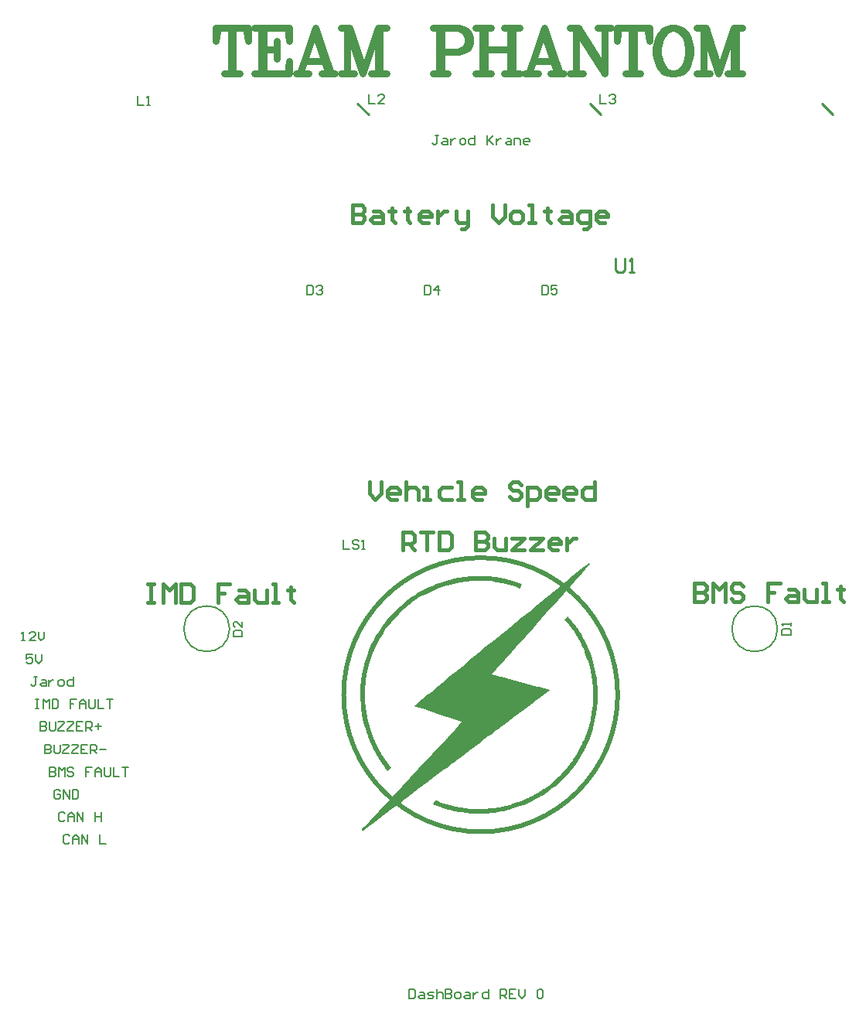
<source format=gto>
G04*
G04 #@! TF.GenerationSoftware,Altium Limited,Altium Designer,18.1.11 (251)*
G04*
G04 Layer_Color=65535*
%FSLAX25Y25*%
%MOIN*%
G70*
G01*
G75*
%ADD10C,0.00787*%
%ADD11C,0.01968*%
%ADD12C,0.00984*%
%ADD13C,0.01575*%
%ADD14C,0.03150*%
%ADD15C,0.01000*%
G36*
X3018Y204559D02*
X4111D01*
X5314Y204340D01*
X6736Y204231D01*
X9798Y203684D01*
X10017D01*
X10564Y203575D01*
X11329Y203356D01*
X12423Y203028D01*
X13626Y202700D01*
X14938Y202262D01*
X17891Y201278D01*
X17016Y199310D01*
X16906Y199419D01*
X16360Y199529D01*
X15594Y199857D01*
X14719Y200185D01*
X13516Y200513D01*
X12204Y200950D01*
X9361Y201606D01*
X9142D01*
X8704Y201716D01*
X7939Y201934D01*
X6845Y202044D01*
X5642Y202262D01*
X4330Y202481D01*
X1377Y202700D01*
X-1138D01*
X-2341Y202591D01*
X-3653D01*
X-6606Y202262D01*
X-6825D01*
X-7262Y202153D01*
X-8028Y202044D01*
X-9012Y201934D01*
X-10215Y201716D01*
X-11527Y201388D01*
X-14371Y200731D01*
X-14589D01*
X-15027Y200513D01*
X-15792Y200294D01*
X-16777Y199966D01*
X-17979Y199529D01*
X-19182Y198982D01*
X-21916Y197779D01*
X-22026Y197669D01*
X-22573Y197451D01*
X-23229Y197123D01*
X-24104Y196685D01*
X-25197Y196138D01*
X-26400Y195482D01*
X-28915Y193951D01*
X-29025Y193842D01*
X-29462Y193514D01*
X-30118Y192967D01*
X-30884Y192311D01*
X-31868Y191545D01*
X-32962Y190561D01*
X-35149Y188483D01*
X-35258Y188374D01*
X-35696Y187936D01*
X-36243Y187390D01*
X-36899Y186624D01*
X-37774Y185749D01*
X-38649Y184655D01*
X-40617Y182250D01*
X-40726Y182140D01*
X-41054Y181703D01*
X-41492Y180937D01*
X-42039Y180062D01*
X-42695Y178969D01*
X-43460Y177766D01*
X-44882Y175032D01*
X-44991Y174923D01*
X-45210Y174376D01*
X-45538Y173610D01*
X-45976Y172735D01*
X-46413Y171532D01*
X-46960Y170220D01*
X-47944Y167377D01*
Y167158D01*
X-48163Y166720D01*
X-48272Y165955D01*
X-48600Y164861D01*
X-48819Y163658D01*
X-49147Y162346D01*
X-49584Y159393D01*
Y159175D01*
X-49694Y158737D01*
Y157972D01*
X-49803Y156878D01*
Y155675D01*
X-49913Y154363D01*
Y151410D01*
Y151191D01*
X-49803Y150754D01*
Y149988D01*
X-49694Y149004D01*
X-49475Y147801D01*
X-49256Y146489D01*
X-48819Y143646D01*
Y143427D01*
X-48710Y142989D01*
X-48491Y142224D01*
X-48272Y141240D01*
X-47944Y140037D01*
X-47616Y138724D01*
X-46632Y135990D01*
X-46522Y135772D01*
X-46304Y135334D01*
X-46085Y134569D01*
X-45647Y133694D01*
X-45101Y132491D01*
X-44554Y131288D01*
X-43132Y128663D01*
X-43023Y128554D01*
X-42804Y128116D01*
X-42367Y127351D01*
X-41820Y126585D01*
X-41054Y125492D01*
X-40289Y124398D01*
X-38539Y122102D01*
X-40070Y120789D01*
X-40179Y120899D01*
X-40508Y121336D01*
X-41054Y121992D01*
X-41710Y122867D01*
X-42476Y123851D01*
X-43242Y124945D01*
X-44882Y127570D01*
X-44991Y127788D01*
X-45210Y128226D01*
X-45647Y128991D01*
X-46085Y129975D01*
X-46632Y131069D01*
X-47288Y132381D01*
X-48491Y135225D01*
X-48600Y135443D01*
X-48710Y135881D01*
X-49038Y136646D01*
X-49366Y137740D01*
X-49694Y138834D01*
X-50131Y140255D01*
X-50897Y143099D01*
Y143317D01*
X-51006Y143755D01*
X-51116Y144630D01*
X-51334Y145614D01*
X-51444Y146926D01*
X-51553Y148348D01*
X-51662Y149879D01*
X-51772Y151410D01*
Y151629D01*
Y152176D01*
Y152941D01*
Y154035D01*
Y155238D01*
Y156659D01*
X-51553Y159721D01*
Y159940D01*
X-51444Y160487D01*
X-51334Y161252D01*
X-51116Y162346D01*
X-50897Y163549D01*
X-50678Y164971D01*
X-49913Y167923D01*
X-49803Y168142D01*
X-49694Y168689D01*
X-49366Y169455D01*
X-49038Y170439D01*
X-48600Y171751D01*
X-48053Y173063D01*
X-46741Y175907D01*
X-46632Y176125D01*
X-46413Y176563D01*
X-45976Y177328D01*
X-45429Y178313D01*
X-44773Y179516D01*
X-44007Y180719D01*
X-42257Y183452D01*
X-42148Y183562D01*
X-41820Y183999D01*
X-41273Y184765D01*
X-40617Y185530D01*
X-39742Y186515D01*
X-38867Y187608D01*
X-36680Y189905D01*
X-36571Y190014D01*
X-36133Y190452D01*
X-35477Y190998D01*
X-34602Y191764D01*
X-33618Y192639D01*
X-32524Y193514D01*
X-30009Y195482D01*
X-29900Y195591D01*
X-29353Y195920D01*
X-28697Y196357D01*
X-27822Y197013D01*
X-26728Y197669D01*
X-25525Y198326D01*
X-22791Y199747D01*
X-22573Y199857D01*
X-22135Y200075D01*
X-21370Y200403D01*
X-20385Y200731D01*
X-19182Y201278D01*
X-17870Y201716D01*
X-14917Y202700D01*
X-14699D01*
X-14261Y202919D01*
X-13496Y203028D01*
X-12402Y203356D01*
X-11199Y203575D01*
X-9887Y203903D01*
X-6825Y204340D01*
X-6606D01*
X-6059Y204450D01*
X-5294Y204559D01*
X-4200D01*
X-2997Y204668D01*
X2252D01*
X3018Y204559D01*
D02*
G37*
G36*
X37903Y187061D02*
X38232Y186624D01*
X38778Y185968D01*
X39544Y185093D01*
X40309Y184109D01*
X41184Y182906D01*
X42059Y181703D01*
X42934Y180281D01*
X43044Y180172D01*
X43371Y179625D01*
X43700Y178969D01*
X44246Y177985D01*
X44903Y176891D01*
X45559Y175579D01*
X46762Y172735D01*
X46871Y172517D01*
X47090Y172079D01*
X47308Y171314D01*
X47746Y170220D01*
X48074Y169017D01*
X48511Y167705D01*
X49277Y164643D01*
Y164424D01*
X49386Y163987D01*
X49605Y163112D01*
X49824Y162018D01*
X50042Y160815D01*
X50152Y159393D01*
X50480Y156331D01*
Y156113D01*
Y155566D01*
Y154691D01*
Y153597D01*
Y152285D01*
Y150863D01*
X50152Y147692D01*
Y147473D01*
X50042Y147036D01*
X49933Y146161D01*
X49824Y145067D01*
X49605Y143864D01*
X49277Y142443D01*
X48511Y139381D01*
Y139162D01*
X48293Y138724D01*
X48074Y137849D01*
X47746Y136756D01*
X47308Y135553D01*
X46762Y134131D01*
X45449Y131178D01*
X45340Y130960D01*
X45121Y130522D01*
X44684Y129757D01*
X44137Y128773D01*
X43481Y127570D01*
X42715Y126257D01*
X40966Y123523D01*
X40856Y123414D01*
X40528Y122977D01*
X39981Y122211D01*
X39216Y121336D01*
X38341Y120352D01*
X37357Y119258D01*
X35060Y116852D01*
X34951Y116743D01*
X34513Y116305D01*
X33857Y115759D01*
X33092Y114993D01*
X31998Y114118D01*
X30904Y113243D01*
X28389Y111275D01*
X28280Y111166D01*
X27733Y110837D01*
X27077Y110400D01*
X26093Y109853D01*
X24999Y109197D01*
X23687Y108541D01*
X20843Y107119D01*
X20625Y107010D01*
X20187Y106791D01*
X19422Y106463D01*
X18438Y106135D01*
X17234Y105588D01*
X15922Y105151D01*
X12969Y104167D01*
X12860D01*
X12423Y104057D01*
X11767Y103839D01*
X10892Y103620D01*
X9907Y103401D01*
X8704Y103182D01*
X6189Y102745D01*
X6080D01*
X5642Y102636D01*
X4877D01*
X4002Y102526D01*
X3018Y102417D01*
X1815D01*
X-701Y102307D01*
X-3216D01*
X-3872Y102417D01*
X-4637D01*
X-5403Y102526D01*
X-6497Y102636D01*
X-7809Y102854D01*
X-9231Y103073D01*
X-12402Y103620D01*
X-12621D01*
X-13058Y103839D01*
X-13933Y104057D01*
X-14917Y104276D01*
X-16230Y104713D01*
X-17542Y105151D01*
X-20495Y106244D01*
X-19620Y108104D01*
X-19401Y107994D01*
X-18964Y107885D01*
X-18198Y107557D01*
X-17214Y107119D01*
X-16011Y106791D01*
X-14699Y106354D01*
X-11855Y105479D01*
X-11637D01*
X-11199Y105369D01*
X-10434Y105151D01*
X-9340Y105041D01*
X-8137Y104823D01*
X-6825Y104604D01*
X-3763Y104385D01*
X-2232D01*
X-1138Y104276D01*
X65D01*
X1487Y104385D01*
X4439Y104495D01*
X4658D01*
X5096Y104604D01*
X5970Y104713D01*
X6955Y104823D01*
X8158Y105041D01*
X9470Y105369D01*
X12423Y106135D01*
X12641D01*
X13079Y106354D01*
X13844Y106572D01*
X14829Y106901D01*
X16032Y107229D01*
X17344Y107666D01*
X20078Y108869D01*
X20297Y108978D01*
X20734Y109197D01*
X21390Y109525D01*
X22374Y110072D01*
X23468Y110619D01*
X24671Y111275D01*
X27186Y112915D01*
X27296Y113025D01*
X27733Y113353D01*
X28499Y113790D01*
X29373Y114446D01*
X30358Y115321D01*
X31451Y116196D01*
X33748Y118274D01*
X33857Y118383D01*
X34295Y118821D01*
X34841Y119368D01*
X35607Y120243D01*
X36482Y121227D01*
X37357Y122320D01*
X38341Y123523D01*
X39325Y124836D01*
X39435Y124945D01*
X39763Y125382D01*
X40200Y126148D01*
X40747Y127023D01*
X41403Y128116D01*
X42169Y129319D01*
X42825Y130632D01*
X43590Y132053D01*
X43700Y132272D01*
X43918Y132710D01*
X44246Y133475D01*
X44684Y134459D01*
X45121Y135662D01*
X45668Y136975D01*
X46652Y139927D01*
Y140146D01*
X46871Y140583D01*
X46980Y141349D01*
X47308Y142443D01*
X47527Y143646D01*
X47746Y144958D01*
X48183Y147911D01*
Y148129D01*
X48293Y148676D01*
Y149442D01*
X48402Y150535D01*
Y151738D01*
X48511Y153160D01*
X48402Y156222D01*
Y156441D01*
Y156878D01*
X48293Y157753D01*
X48183Y158737D01*
X48074Y159940D01*
X47855Y161252D01*
X47308Y164205D01*
Y164424D01*
X47199Y164861D01*
X46980Y165627D01*
X46652Y166611D01*
X46324Y167814D01*
X45887Y169126D01*
X44903Y171970D01*
X44793Y172188D01*
X44684Y172626D01*
X44356Y173391D01*
X43918Y174376D01*
X43371Y175469D01*
X42715Y176672D01*
X41184Y179297D01*
X41075Y179406D01*
X40856Y179844D01*
X40419Y180609D01*
X39763Y181484D01*
X39107Y182468D01*
X38232Y183562D01*
X36263Y185968D01*
X37794Y187171D01*
X37903Y187061D01*
D02*
G37*
G36*
X46871Y210355D02*
Y210136D01*
X46980Y210027D01*
X47090Y209808D01*
X46980Y209699D01*
X46871Y209590D01*
X46543Y209261D01*
X46215Y208824D01*
X45121Y207621D01*
X43809Y206090D01*
X42278Y204340D01*
X40528Y202372D01*
X38669Y200294D01*
X36701Y198107D01*
X36591Y197997D01*
X36482Y197888D01*
X36154Y197560D01*
X35826Y197123D01*
X34732Y195920D01*
X33310Y194389D01*
X31779Y192639D01*
X29920Y190561D01*
X27952Y188483D01*
X25983Y186187D01*
X25874Y186077D01*
X25765Y185968D01*
X25436Y185640D01*
X25108Y185202D01*
X24015Y183999D01*
X22703Y182468D01*
X21062Y180719D01*
X19312Y178641D01*
X17344Y176563D01*
X15375Y174266D01*
X15266Y174157D01*
X15157Y174048D01*
X14829Y173720D01*
X14501Y173282D01*
X13407Y172079D01*
X11985Y170548D01*
X10454Y168689D01*
X8595Y166720D01*
X6627Y164533D01*
X4658Y162346D01*
X4767D01*
X4986Y162237D01*
X5314D01*
X5752Y162018D01*
X6299Y161909D01*
X6955Y161690D01*
X8595Y161362D01*
X10454Y160815D01*
X12532Y160268D01*
X14829Y159612D01*
X17125Y158956D01*
X17234D01*
X17453Y158847D01*
X17781D01*
X18219Y158628D01*
X18766Y158519D01*
X19422Y158300D01*
X21062Y157972D01*
X22921Y157425D01*
X25108Y156878D01*
X27296Y156222D01*
X29702Y155566D01*
X29592Y155456D01*
X29155Y155128D01*
X28608Y154800D01*
X28061Y154363D01*
X27952Y154253D01*
X27624Y154035D01*
X27186Y153707D01*
X26749Y153269D01*
X26639Y153160D01*
X26311Y152941D01*
X25765Y152613D01*
X25108Y152066D01*
X24234Y151410D01*
X23249Y150645D01*
X22046Y149770D01*
X20843Y148785D01*
X19422Y147801D01*
X18000Y146708D01*
X14719Y144302D01*
X11329Y141677D01*
X7829Y139052D01*
X7720Y138943D01*
X7392Y138724D01*
X6845Y138396D01*
X6189Y137849D01*
X5314Y137193D01*
X4330Y136428D01*
X3127Y135553D01*
X1924Y134569D01*
X502Y133584D01*
X-1029Y132381D01*
X-4200Y129975D01*
X-7700Y127460D01*
X-11199Y124726D01*
X-11309Y124617D01*
X-11637Y124398D01*
X-12074Y124070D01*
X-12840Y123523D01*
X-13714Y122867D01*
X-14699Y122102D01*
X-15792Y121227D01*
X-17105Y120352D01*
X-18417Y119258D01*
X-19948Y118165D01*
X-23119Y115759D01*
X-26509Y113243D01*
X-30009Y110619D01*
X-30118Y110509D01*
X-30446Y110291D01*
X-30993Y109963D01*
X-31649Y109416D01*
X-32524Y108760D01*
X-33509Y107994D01*
X-34602Y107119D01*
X-35914Y106135D01*
X-38758Y104057D01*
X-41929Y101651D01*
X-45319Y99027D01*
X-48819Y96402D01*
X-48928Y96293D01*
X-49256Y96183D01*
X-49694Y95855D01*
X-50241Y95308D01*
X-50350Y95199D01*
X-50678Y94980D01*
X-51116D01*
X-51225Y95199D01*
Y95308D01*
Y95636D01*
X-51116Y95964D01*
X-50787Y96402D01*
X-50678Y96511D01*
X-50350Y96730D01*
X-49475Y97386D01*
X-49256Y97605D01*
X-48710Y98152D01*
X-47835Y99136D01*
X-46741Y100230D01*
X-45429Y101651D01*
X-44007Y103182D01*
X-40836Y106572D01*
X-40617Y106791D01*
X-40070Y107338D01*
X-39195Y108322D01*
X-38102Y109416D01*
X-36789Y110837D01*
X-35368Y112478D01*
X-33837Y114118D01*
X-32196Y115868D01*
Y115977D01*
X-31977Y116087D01*
X-31431Y116634D01*
X-30556Y117618D01*
X-29462Y118821D01*
X-28150Y120243D01*
X-26728Y121774D01*
X-23557Y125164D01*
Y125273D01*
X-23338Y125382D01*
X-22791Y125929D01*
X-21916Y126913D01*
X-20823Y128116D01*
X-19511Y129538D01*
X-18089Y131069D01*
X-14917Y134459D01*
X-14808Y134569D01*
X-14589Y134787D01*
X-14261Y135115D01*
X-13824Y135553D01*
X-12730Y136646D01*
X-11527Y137959D01*
X-11418Y138068D01*
X-11199Y138287D01*
X-10871Y138615D01*
X-10543Y139162D01*
X-9449Y140365D01*
X-8246Y141896D01*
X-8356D01*
X-8465Y142005D01*
X-9121Y142224D01*
X-10106Y142552D01*
X-11418Y142989D01*
X-13058Y143536D01*
X-14699Y144083D01*
X-16558Y144630D01*
X-18526Y145286D01*
X-18745Y145395D01*
X-19401Y145614D01*
X-20385Y145942D01*
X-21698Y146379D01*
X-23229Y146926D01*
X-24979Y147473D01*
X-26728Y148129D01*
X-28697Y148785D01*
X-28587Y148895D01*
X-28259Y149114D01*
X-27713Y149551D01*
X-27056Y150098D01*
X-26181Y150863D01*
X-25197Y151738D01*
X-24104Y152613D01*
X-22791Y153707D01*
X-21370Y154800D01*
X-19948Y156113D01*
X-16667Y158737D01*
X-13277Y161581D01*
X-9668Y164424D01*
X-9559Y164533D01*
X-9231Y164752D01*
X-8684Y165189D01*
X-8028Y165736D01*
X-7153Y166392D01*
X-6168Y167267D01*
X-5075Y168142D01*
X-3763Y169236D01*
X-2450Y170329D01*
X-919Y171532D01*
X2252Y174157D01*
X5642Y176891D01*
X9142Y179734D01*
X9251Y179844D01*
X9579Y180062D01*
X10126Y180500D01*
X10782Y181047D01*
X11657Y181812D01*
X12641Y182578D01*
X13844Y183562D01*
X15047Y184546D01*
X17891Y186952D01*
X21062Y189467D01*
X24452Y192311D01*
X27952Y195154D01*
X28061Y195263D01*
X28389Y195482D01*
X28936Y195920D01*
X29592Y196466D01*
X30467Y197232D01*
X31451Y197997D01*
X32654Y198982D01*
X33857Y199966D01*
X36701Y202262D01*
X39872Y204887D01*
X43262Y207621D01*
X46762Y210465D01*
X46871Y210355D01*
D02*
G37*
D10*
X127953Y181988D02*
G03*
X127953Y181988I-9843J0D01*
G01*
X-108268D02*
G03*
X-108268Y181988I-9843J0D01*
G01*
X-189928Y141828D02*
Y137892D01*
X-187960D01*
X-187304Y138548D01*
Y139204D01*
X-187960Y139860D01*
X-189928D01*
X-187960D01*
X-187304Y140516D01*
Y141172D01*
X-187960Y141828D01*
X-189928D01*
X-185992D02*
Y138548D01*
X-185336Y137892D01*
X-184024D01*
X-183368Y138548D01*
Y141828D01*
X-182056D02*
X-179432D01*
Y141172D01*
X-182056Y138548D01*
Y137892D01*
X-179432D01*
X-178121Y141828D02*
X-175497D01*
Y141172D01*
X-178121Y138548D01*
Y137892D01*
X-175497D01*
X-171561Y141828D02*
X-174185D01*
Y137892D01*
X-171561D01*
X-174185Y139860D02*
X-172873D01*
X-170249Y137892D02*
Y141828D01*
X-168281D01*
X-167625Y141172D01*
Y139860D01*
X-168281Y139204D01*
X-170249D01*
X-168937D02*
X-167625Y137892D01*
X-166313Y139860D02*
X-163690D01*
X-165001Y141172D02*
Y138548D01*
X-193308Y171025D02*
X-195932D01*
Y169057D01*
X-194620Y169713D01*
X-193964D01*
X-193308Y169057D01*
Y167745D01*
X-193964Y167089D01*
X-195276D01*
X-195932Y167745D01*
X-191996Y171025D02*
Y168401D01*
X-190684Y167089D01*
X-189372Y168401D01*
Y171025D01*
X-179299Y102243D02*
X-179955Y102899D01*
X-181267D01*
X-181923Y102243D01*
Y99619D01*
X-181267Y98963D01*
X-179955D01*
X-179299Y99619D01*
X-177987Y98963D02*
Y101587D01*
X-176675Y102899D01*
X-175363Y101587D01*
Y98963D01*
Y100931D01*
X-177987D01*
X-174051Y98963D02*
Y102899D01*
X-171427Y98963D01*
Y102899D01*
X-166180D02*
Y98963D01*
Y100931D01*
X-163556D01*
Y102899D01*
Y98963D01*
X-18210Y394684D02*
X-19522D01*
X-18866D01*
Y391404D01*
X-19522Y390748D01*
X-20177D01*
X-20833Y391404D01*
X-16242Y393372D02*
X-14930D01*
X-14274Y392716D01*
Y390748D01*
X-16242D01*
X-16898Y391404D01*
X-16242Y392060D01*
X-14274D01*
X-12962Y393372D02*
Y390748D01*
Y392060D01*
X-12306Y392716D01*
X-11650Y393372D01*
X-10994D01*
X-8370Y390748D02*
X-7058D01*
X-6402Y391404D01*
Y392716D01*
X-7058Y393372D01*
X-8370D01*
X-9026Y392716D01*
Y391404D01*
X-8370Y390748D01*
X-2467Y394684D02*
Y390748D01*
X-4434D01*
X-5090Y391404D01*
Y392716D01*
X-4434Y393372D01*
X-2467D01*
X2781Y394684D02*
Y390748D01*
Y392060D01*
X5405Y394684D01*
X3437Y392716D01*
X5405Y390748D01*
X6717Y393372D02*
Y390748D01*
Y392060D01*
X7373Y392716D01*
X8029Y393372D01*
X8685D01*
X11309D02*
X12620D01*
X13276Y392716D01*
Y390748D01*
X11309D01*
X10652Y391404D01*
X11309Y392060D01*
X13276D01*
X14588Y390748D02*
Y393372D01*
X16556D01*
X17212Y392716D01*
Y390748D01*
X20492D02*
X19180D01*
X18524Y391404D01*
Y392716D01*
X19180Y393372D01*
X20492D01*
X21148Y392716D01*
Y392060D01*
X18524D01*
X-191929Y151560D02*
X-190617D01*
X-191273D01*
Y147624D01*
X-191929D01*
X-190617D01*
X-188649D02*
Y151560D01*
X-187337Y150248D01*
X-186026Y151560D01*
Y147624D01*
X-184714Y151560D02*
Y147624D01*
X-182746D01*
X-182090Y148280D01*
Y150904D01*
X-182746Y151560D01*
X-184714D01*
X-174218D02*
X-176842D01*
Y149592D01*
X-175530D01*
X-176842D01*
Y147624D01*
X-172906D02*
Y150248D01*
X-171595Y151560D01*
X-170283Y150248D01*
Y147624D01*
Y149592D01*
X-172906D01*
X-168971Y151560D02*
Y148280D01*
X-168315Y147624D01*
X-167003D01*
X-166347Y148280D01*
Y151560D01*
X-165035D02*
Y147624D01*
X-162411D01*
X-161099Y151560D02*
X-158475D01*
X-159787D01*
Y147624D01*
X-30807Y26475D02*
Y22539D01*
X-28839D01*
X-28183Y23195D01*
Y25819D01*
X-28839Y26475D01*
X-30807D01*
X-26215Y25163D02*
X-24904D01*
X-24248Y24507D01*
Y22539D01*
X-26215D01*
X-26871Y23195D01*
X-26215Y23851D01*
X-24248D01*
X-22936Y22539D02*
X-20968D01*
X-20312Y23195D01*
X-20968Y23851D01*
X-22280D01*
X-22936Y24507D01*
X-22280Y25163D01*
X-20312D01*
X-19000Y26475D02*
Y22539D01*
Y24507D01*
X-18344Y25163D01*
X-17032D01*
X-16376Y24507D01*
Y22539D01*
X-15064Y26475D02*
Y22539D01*
X-13096D01*
X-12440Y23195D01*
Y23851D01*
X-13096Y24507D01*
X-15064D01*
X-13096D01*
X-12440Y25163D01*
Y25819D01*
X-13096Y26475D01*
X-15064D01*
X-10472Y22539D02*
X-9161D01*
X-8505Y23195D01*
Y24507D01*
X-9161Y25163D01*
X-10472D01*
X-11128Y24507D01*
Y23195D01*
X-10472Y22539D01*
X-6537Y25163D02*
X-5225D01*
X-4569Y24507D01*
Y22539D01*
X-6537D01*
X-7193Y23195D01*
X-6537Y23851D01*
X-4569D01*
X-3257Y25163D02*
Y22539D01*
Y23851D01*
X-2601Y24507D01*
X-1945Y25163D01*
X-1289D01*
X3303Y26475D02*
Y22539D01*
X1335D01*
X679Y23195D01*
Y24507D01*
X1335Y25163D01*
X3303D01*
X8550Y22539D02*
Y26475D01*
X10518D01*
X11174Y25819D01*
Y24507D01*
X10518Y23851D01*
X8550D01*
X9862D02*
X11174Y22539D01*
X15110Y26475D02*
X12486D01*
Y22539D01*
X15110D01*
X12486Y24507D02*
X13798D01*
X16422Y26475D02*
Y23851D01*
X17734Y22539D01*
X19046Y23851D01*
Y26475D01*
X24293Y25819D02*
X24949Y26475D01*
X26261D01*
X26917Y25819D01*
Y23195D01*
X26261Y22539D01*
X24949D01*
X24293Y23195D01*
Y25819D01*
X-185925Y122364D02*
Y118428D01*
X-183957D01*
X-183301Y119084D01*
Y119740D01*
X-183957Y120396D01*
X-185925D01*
X-183957D01*
X-183301Y121052D01*
Y121708D01*
X-183957Y122364D01*
X-185925D01*
X-181990Y118428D02*
Y122364D01*
X-180678Y121052D01*
X-179366Y122364D01*
Y118428D01*
X-175430Y121708D02*
X-176086Y122364D01*
X-177398D01*
X-178054Y121708D01*
Y121052D01*
X-177398Y120396D01*
X-176086D01*
X-175430Y119740D01*
Y119084D01*
X-176086Y118428D01*
X-177398D01*
X-178054Y119084D01*
X-167558Y122364D02*
X-170182D01*
Y120396D01*
X-168870D01*
X-170182D01*
Y118428D01*
X-166246D02*
Y121052D01*
X-164935Y122364D01*
X-163623Y121052D01*
Y118428D01*
Y120396D01*
X-166246D01*
X-162311Y122364D02*
Y119084D01*
X-161655Y118428D01*
X-160343D01*
X-159687Y119084D01*
Y122364D01*
X-158375D02*
Y118428D01*
X-155751D01*
X-154439Y122364D02*
X-151815D01*
X-153127D01*
Y118428D01*
X-191307Y161292D02*
X-192619D01*
X-191963D01*
Y158012D01*
X-192619Y157357D01*
X-193274D01*
X-193930Y158012D01*
X-189339Y159980D02*
X-188027D01*
X-187371Y159325D01*
Y157357D01*
X-189339D01*
X-189995Y158012D01*
X-189339Y158668D01*
X-187371D01*
X-186059Y159980D02*
Y157357D01*
Y158668D01*
X-185403Y159325D01*
X-184747Y159980D01*
X-184091D01*
X-181467Y157357D02*
X-180155D01*
X-179499Y158012D01*
Y159325D01*
X-180155Y159980D01*
X-181467D01*
X-182123Y159325D01*
Y158012D01*
X-181467Y157357D01*
X-175564Y161292D02*
Y157357D01*
X-177532D01*
X-178188Y158012D01*
Y159325D01*
X-177532Y159980D01*
X-175564D01*
X-181300Y111975D02*
X-181956Y112631D01*
X-183268D01*
X-183924Y111975D01*
Y109352D01*
X-183268Y108696D01*
X-181956D01*
X-181300Y109352D01*
Y110663D01*
X-182612D01*
X-179988Y108696D02*
Y112631D01*
X-177364Y108696D01*
Y112631D01*
X-176052D02*
Y108696D01*
X-174084D01*
X-173429Y109352D01*
Y111975D01*
X-174084Y112631D01*
X-176052D01*
X-197933Y176821D02*
X-196621D01*
X-197277D01*
Y180757D01*
X-197933Y180101D01*
X-192030Y176821D02*
X-194653D01*
X-192030Y179445D01*
Y180101D01*
X-192685Y180757D01*
X-193997D01*
X-194653Y180101D01*
X-190718Y180757D02*
Y178133D01*
X-189406Y176821D01*
X-188094Y178133D01*
Y180757D01*
X-177297Y92511D02*
X-177953Y93167D01*
X-179265D01*
X-179921Y92511D01*
Y89887D01*
X-179265Y89231D01*
X-177953D01*
X-177297Y89887D01*
X-175986Y89231D02*
Y91855D01*
X-174674Y93167D01*
X-173362Y91855D01*
Y89231D01*
Y91199D01*
X-175986D01*
X-172050Y89231D02*
Y93167D01*
X-169426Y89231D01*
Y93167D01*
X-164178D02*
Y89231D01*
X-161555D01*
X-187926Y132096D02*
Y128160D01*
X-185959D01*
X-185303Y128816D01*
Y129472D01*
X-185959Y130128D01*
X-187926D01*
X-185959D01*
X-185303Y130784D01*
Y131440D01*
X-185959Y132096D01*
X-187926D01*
X-183991D02*
Y128816D01*
X-183335Y128160D01*
X-182023D01*
X-181367Y128816D01*
Y132096D01*
X-180055D02*
X-177431D01*
Y131440D01*
X-180055Y128816D01*
Y128160D01*
X-177431D01*
X-176119Y132096D02*
X-173495D01*
Y131440D01*
X-176119Y128816D01*
Y128160D01*
X-173495D01*
X-169560Y132096D02*
X-172184D01*
Y128160D01*
X-169560D01*
X-172184Y130128D02*
X-170872D01*
X-168248Y128160D02*
Y132096D01*
X-166280D01*
X-165624Y131440D01*
Y130128D01*
X-166280Y129472D01*
X-168248D01*
X-166936D02*
X-165624Y128160D01*
X-164312Y130128D02*
X-161688D01*
X-59228Y220323D02*
Y216387D01*
X-56604D01*
X-52669Y219667D02*
X-53325Y220323D01*
X-54637D01*
X-55293Y219667D01*
Y219011D01*
X-54637Y218355D01*
X-53325D01*
X-52669Y217699D01*
Y217043D01*
X-53325Y216387D01*
X-54637D01*
X-55293Y217043D01*
X-51357Y216387D02*
X-50045D01*
X-50701D01*
Y220323D01*
X-51357Y219667D01*
X51467Y412278D02*
Y408343D01*
X54091D01*
X55403Y411622D02*
X56059Y412278D01*
X57371D01*
X58026Y411622D01*
Y410966D01*
X57371Y410310D01*
X56715D01*
X57371D01*
X58026Y409654D01*
Y408998D01*
X57371Y408343D01*
X56059D01*
X55403Y408998D01*
X-48141Y412278D02*
Y408343D01*
X-45517D01*
X-41581D02*
X-44205D01*
X-41581Y410966D01*
Y411622D01*
X-42237Y412278D01*
X-43549D01*
X-44205Y411622D01*
X-147946Y411589D02*
Y407654D01*
X-145322D01*
X-144010D02*
X-142698D01*
X-143354D01*
Y411589D01*
X-144010Y410933D01*
X26372Y330023D02*
Y326087D01*
X28339D01*
X28995Y326743D01*
Y329367D01*
X28339Y330023D01*
X26372D01*
X32931D02*
X30307D01*
Y328055D01*
X31619Y328711D01*
X32275D01*
X32931Y328055D01*
Y326743D01*
X32275Y326087D01*
X30963D01*
X30307Y326743D01*
X-24228Y330023D02*
Y326087D01*
X-22261D01*
X-21605Y326743D01*
Y329367D01*
X-22261Y330023D01*
X-24228D01*
X-18325Y326087D02*
Y330023D01*
X-20293Y328055D01*
X-17669D01*
X-74828Y330023D02*
Y326087D01*
X-72860D01*
X-72205Y326743D01*
Y329367D01*
X-72860Y330023D01*
X-74828D01*
X-70893Y329367D02*
X-70237Y330023D01*
X-68925D01*
X-68269Y329367D01*
Y328711D01*
X-68925Y328055D01*
X-69581D01*
X-68925D01*
X-68269Y327399D01*
Y326743D01*
X-68925Y326087D01*
X-70237D01*
X-70893Y326743D01*
X-106661Y178576D02*
X-102725D01*
Y180544D01*
X-103381Y181200D01*
X-106005D01*
X-106661Y180544D01*
Y178576D01*
X-102725Y185136D02*
Y182512D01*
X-105349Y185136D01*
X-106005D01*
X-106661Y184480D01*
Y183168D01*
X-106005Y182512D01*
X129858Y179234D02*
X133794D01*
Y181202D01*
X133138Y181858D01*
X130514D01*
X129858Y181202D01*
Y179234D01*
X133794Y183170D02*
Y184482D01*
Y183826D01*
X129858D01*
X130514Y183170D01*
D11*
X59055Y153543D02*
G03*
X59055Y153543I-59055J0D01*
G01*
D12*
X147087Y408465D02*
X151909Y403642D01*
X46968Y408465D02*
X51791Y403642D01*
X-53150Y408465D02*
X-48327Y403642D01*
D13*
X-143504Y201179D02*
X-140880D01*
X-142192D01*
Y193307D01*
X-143504D01*
X-140880D01*
X-136944D02*
Y201179D01*
X-134321Y198555D01*
X-131697Y201179D01*
Y193307D01*
X-129073Y201179D02*
Y193307D01*
X-125137D01*
X-123825Y194619D01*
Y199867D01*
X-125137Y201179D01*
X-129073D01*
X-108082D02*
X-113330D01*
Y197243D01*
X-110706D01*
X-113330D01*
Y193307D01*
X-104147Y198555D02*
X-101523D01*
X-100211Y197243D01*
Y193307D01*
X-104147D01*
X-105458Y194619D01*
X-104147Y195931D01*
X-100211D01*
X-97587Y198555D02*
Y194619D01*
X-96275Y193307D01*
X-92339D01*
Y198555D01*
X-89715Y193307D02*
X-87092D01*
X-88404D01*
Y201179D01*
X-89715D01*
X-81844Y199867D02*
Y198555D01*
X-83156D01*
X-80532D01*
X-81844D01*
Y194619D01*
X-80532Y193307D01*
X-55315Y364730D02*
Y356859D01*
X-51379D01*
X-50067Y358171D01*
Y359483D01*
X-51379Y360794D01*
X-55315D01*
X-51379D01*
X-50067Y362106D01*
Y363418D01*
X-51379Y364730D01*
X-55315D01*
X-46132Y362106D02*
X-43508D01*
X-42196Y360794D01*
Y356859D01*
X-46132D01*
X-47444Y358171D01*
X-46132Y359483D01*
X-42196D01*
X-38260Y363418D02*
Y362106D01*
X-39572D01*
X-36948D01*
X-38260D01*
Y358171D01*
X-36948Y356859D01*
X-31701Y363418D02*
Y362106D01*
X-33012D01*
X-30389D01*
X-31701D01*
Y358171D01*
X-30389Y356859D01*
X-22517D02*
X-25141D01*
X-26453Y358171D01*
Y360794D01*
X-25141Y362106D01*
X-22517D01*
X-21205Y360794D01*
Y359483D01*
X-26453D01*
X-18581Y362106D02*
Y356859D01*
Y359483D01*
X-17269Y360794D01*
X-15958Y362106D01*
X-14646D01*
X-10710D02*
Y358171D01*
X-9398Y356859D01*
X-5462D01*
Y355547D01*
X-6774Y354235D01*
X-8086D01*
X-5462Y356859D02*
Y362106D01*
X5033Y364730D02*
Y359483D01*
X7657Y356859D01*
X10281Y359483D01*
Y364730D01*
X14216Y356859D02*
X16840D01*
X18152Y358171D01*
Y360794D01*
X16840Y362106D01*
X14216D01*
X12904Y360794D01*
Y358171D01*
X14216Y356859D01*
X20776D02*
X23400D01*
X22088D01*
Y364730D01*
X20776D01*
X28648Y363418D02*
Y362106D01*
X27336D01*
X29959D01*
X28648D01*
Y358171D01*
X29959Y356859D01*
X35207Y362106D02*
X37831D01*
X39143Y360794D01*
Y356859D01*
X35207D01*
X33895Y358171D01*
X35207Y359483D01*
X39143D01*
X44390Y354235D02*
X45702D01*
X47014Y355547D01*
Y362106D01*
X43079D01*
X41767Y360794D01*
Y358171D01*
X43079Y356859D01*
X47014D01*
X53574D02*
X50950D01*
X49638Y358171D01*
Y360794D01*
X50950Y362106D01*
X53574D01*
X54886Y360794D01*
Y359483D01*
X49638D01*
X-48031Y245436D02*
Y240189D01*
X-45408Y237565D01*
X-42784Y240189D01*
Y245436D01*
X-36224Y237565D02*
X-38848D01*
X-40160Y238877D01*
Y241500D01*
X-38848Y242812D01*
X-36224D01*
X-34912Y241500D01*
Y240189D01*
X-40160D01*
X-32289Y245436D02*
Y237565D01*
Y241500D01*
X-30977Y242812D01*
X-28353D01*
X-27041Y241500D01*
Y237565D01*
X-24417D02*
X-21793D01*
X-23105D01*
Y242812D01*
X-24417D01*
X-12610D02*
X-16546D01*
X-17857Y241500D01*
Y238877D01*
X-16546Y237565D01*
X-12610D01*
X-9986D02*
X-7362D01*
X-8674D01*
Y245436D01*
X-9986D01*
X509Y237565D02*
X-2114D01*
X-3427Y238877D01*
Y241500D01*
X-2114Y242812D01*
X509D01*
X1821Y241500D01*
Y240189D01*
X-3427D01*
X17564Y244124D02*
X16252Y245436D01*
X13628D01*
X12316Y244124D01*
Y242812D01*
X13628Y241500D01*
X16252D01*
X17564Y240189D01*
Y238877D01*
X16252Y237565D01*
X13628D01*
X12316Y238877D01*
X20188Y234941D02*
Y242812D01*
X24124D01*
X25436Y241500D01*
Y238877D01*
X24124Y237565D01*
X20188D01*
X31995D02*
X29371D01*
X28060Y238877D01*
Y241500D01*
X29371Y242812D01*
X31995D01*
X33307Y241500D01*
Y240189D01*
X28060D01*
X39867Y237565D02*
X37243D01*
X35931Y238877D01*
Y241500D01*
X37243Y242812D01*
X39867D01*
X41179Y241500D01*
Y240189D01*
X35931D01*
X49050Y245436D02*
Y237565D01*
X45114D01*
X43802Y238877D01*
Y241500D01*
X45114Y242812D01*
X49050D01*
X92224Y201474D02*
Y193602D01*
X96160D01*
X97472Y194914D01*
Y196226D01*
X96160Y197538D01*
X92224D01*
X96160D01*
X97472Y198850D01*
Y200162D01*
X96160Y201474D01*
X92224D01*
X100096Y193602D02*
Y201474D01*
X102720Y198850D01*
X105343Y201474D01*
Y193602D01*
X113215Y200162D02*
X111903Y201474D01*
X109279D01*
X107967Y200162D01*
Y198850D01*
X109279Y197538D01*
X111903D01*
X113215Y196226D01*
Y194914D01*
X111903Y193602D01*
X109279D01*
X107967Y194914D01*
X128958Y201474D02*
X123710D01*
Y197538D01*
X126334D01*
X123710D01*
Y193602D01*
X132894Y198850D02*
X135518D01*
X136829Y197538D01*
Y193602D01*
X132894D01*
X131582Y194914D01*
X132894Y196226D01*
X136829D01*
X139453Y198850D02*
Y194914D01*
X140765Y193602D01*
X144701D01*
Y198850D01*
X147325Y193602D02*
X149949D01*
X148637D01*
Y201474D01*
X147325D01*
X155196Y200162D02*
Y198850D01*
X153884D01*
X156508D01*
X155196D01*
Y194914D01*
X156508Y193602D01*
X-33661Y215846D02*
Y223718D01*
X-29726D01*
X-28414Y222406D01*
Y219782D01*
X-29726Y218470D01*
X-33661D01*
X-31038D02*
X-28414Y215846D01*
X-25790Y223718D02*
X-20542D01*
X-23166D01*
Y215846D01*
X-17919Y223718D02*
Y215846D01*
X-13983D01*
X-12671Y217158D01*
Y222406D01*
X-13983Y223718D01*
X-17919D01*
X-2176D02*
Y215846D01*
X1760D01*
X3072Y217158D01*
Y218470D01*
X1760Y219782D01*
X-2176D01*
X1760D01*
X3072Y221094D01*
Y222406D01*
X1760Y223718D01*
X-2176D01*
X5696Y221094D02*
Y217158D01*
X7008Y215846D01*
X10944D01*
Y221094D01*
X13567D02*
X18815D01*
X13567Y215846D01*
X18815D01*
X21439Y221094D02*
X26687D01*
X21439Y215846D01*
X26687D01*
X33246D02*
X30622D01*
X29310Y217158D01*
Y219782D01*
X30622Y221094D01*
X33246D01*
X34558Y219782D01*
Y218470D01*
X29310D01*
X37182Y221094D02*
Y215846D01*
Y218470D01*
X38494Y219782D01*
X39806Y221094D01*
X41118D01*
D14*
X-107711Y440842D02*
Y421161D01*
X-106774Y440842D02*
Y421161D01*
X-113335Y440842D02*
X-114272Y435219D01*
Y440842D01*
X-100214D01*
Y435219D01*
X-101151Y440842D01*
X-110523Y421161D02*
X-103963D01*
X-94591Y440842D02*
Y421161D01*
X-93654Y440842D02*
Y421161D01*
X-88031Y435219D02*
Y427722D01*
X-97402Y440842D02*
X-82407D01*
Y435219D01*
X-83345Y440842D01*
X-93654Y431470D02*
X-88031D01*
X-97402Y421161D02*
X-82407D01*
Y426785D01*
X-83345Y421161D01*
X-71255Y440842D02*
X-77815Y421161D01*
X-71255Y440842D02*
X-64695Y421161D01*
X-71255Y438031D02*
X-65632Y421161D01*
X-75941Y426785D02*
X-67506D01*
X-79690Y421161D02*
X-74067D01*
X-68444D02*
X-62820D01*
X-57478Y440842D02*
Y421161D01*
X-56541Y440842D02*
X-50918Y423973D01*
X-57478Y440842D02*
X-50918Y421161D01*
X-44358Y440842D02*
X-50918Y421161D01*
X-44358Y440842D02*
Y421161D01*
X-43421Y440842D02*
Y421161D01*
X-60290Y440842D02*
X-56541D01*
X-44358D02*
X-40609D01*
X-60290Y421161D02*
X-54667D01*
X-47169D02*
X-40609D01*
X-17836Y440842D02*
Y421161D01*
X-16898Y440842D02*
Y421161D01*
X-20647Y440842D02*
X-9401D01*
X-6589Y439905D01*
X-5652Y438968D01*
X-4715Y437093D01*
Y434282D01*
X-5652Y432408D01*
X-6589Y431470D01*
X-9401Y430533D01*
X-16898D01*
X-9401Y440842D02*
X-7527Y439905D01*
X-6589Y438968D01*
X-5652Y437093D01*
Y434282D01*
X-6589Y432408D01*
X-7527Y431470D01*
X-9401Y430533D01*
X-20647Y421161D02*
X-14087D01*
X721Y440842D02*
Y421161D01*
X1658Y440842D02*
Y421161D01*
X12904Y440842D02*
Y421161D01*
X13841Y440842D02*
Y421161D01*
X-2091Y440842D02*
X4469D01*
X10092D02*
X16653D01*
X1658Y431470D02*
X12904D01*
X-2091Y421161D02*
X4469D01*
X10092D02*
X16653D01*
X27430Y440842D02*
X20870Y421161D01*
X27430Y440842D02*
X33990Y421161D01*
X27430Y438031D02*
X33053Y421161D01*
X22744Y426785D02*
X31179D01*
X18996Y421161D02*
X24619D01*
X30242D02*
X35865D01*
X41207Y440842D02*
Y421161D01*
X42144Y440842D02*
X53390Y423036D01*
X42144Y438968D02*
X53390Y421161D01*
Y440842D02*
Y421161D01*
X38395Y440842D02*
X42144D01*
X50579D02*
X56202D01*
X38395Y421161D02*
X44018D01*
X65199Y440842D02*
Y421161D01*
X66136Y440842D02*
Y421161D01*
X59576Y440842D02*
X58638Y435219D01*
Y440842D01*
X72696D01*
Y435219D01*
X71759Y440842D01*
X62387Y421161D02*
X68947D01*
X82068Y440842D02*
X79256Y439905D01*
X77382Y438031D01*
X76445Y436156D01*
X75508Y432408D01*
Y429596D01*
X76445Y425847D01*
X77382Y423973D01*
X79256Y422099D01*
X82068Y421161D01*
X83942D01*
X86754Y422099D01*
X88628Y423973D01*
X89565Y425847D01*
X90503Y429596D01*
Y432408D01*
X89565Y436156D01*
X88628Y438031D01*
X86754Y439905D01*
X83942Y440842D01*
X82068D01*
X80194Y439905D01*
X78319Y438031D01*
X77382Y436156D01*
X76445Y432408D01*
Y429596D01*
X77382Y425847D01*
X78319Y423973D01*
X80194Y422099D01*
X82068Y421161D01*
X83942D02*
X85817Y422099D01*
X87691Y423973D01*
X88628Y425847D01*
X89565Y429596D01*
Y432408D01*
X88628Y436156D01*
X87691Y438031D01*
X85817Y439905D01*
X83942Y440842D01*
X96032D02*
Y421161D01*
X96969Y440842D02*
X102592Y423973D01*
X96032Y440842D02*
X102592Y421161D01*
X109152Y440842D02*
X102592Y421161D01*
X109152Y440842D02*
Y421161D01*
X110090Y440842D02*
Y421161D01*
X93221Y440842D02*
X96969D01*
X109152D02*
X112901D01*
X93221Y421161D02*
X98843D01*
X106341D02*
X112901D01*
D15*
X57972Y341786D02*
Y336787D01*
X58971Y335787D01*
X60971D01*
X61970Y336787D01*
Y341786D01*
X63970Y335787D02*
X65969D01*
X64969D01*
Y341786D01*
X63970Y340786D01*
M02*

</source>
